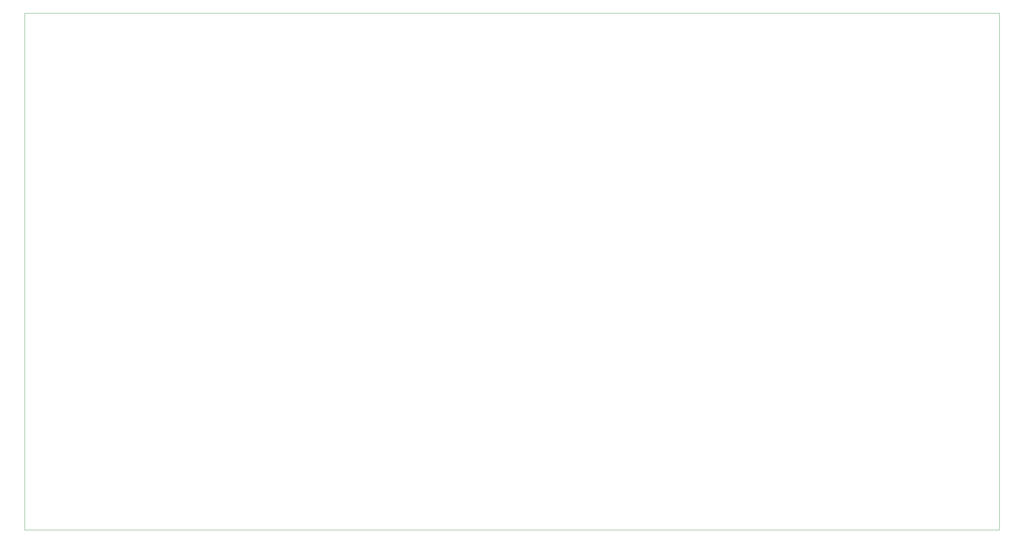
<source format=gm1>
%TF.GenerationSoftware,KiCad,Pcbnew,9.0.3*%
%TF.CreationDate,2025-11-21T22:03:05+01:00*%
%TF.ProjectId,Gaus-Beschleuniger,47617573-2d42-4657-9363-686c65756e69,v1.0.0*%
%TF.SameCoordinates,Original*%
%TF.FileFunction,Profile,NP*%
%FSLAX46Y46*%
G04 Gerber Fmt 4.6, Leading zero omitted, Abs format (unit mm)*
G04 Created by KiCad (PCBNEW 9.0.3) date 2025-11-21 22:03:05*
%MOMM*%
%LPD*%
G01*
G04 APERTURE LIST*
%TA.AperFunction,Profile*%
%ADD10C,0.050000*%
%TD*%
G04 APERTURE END LIST*
D10*
X50000000Y-215000000D02*
X50000000Y-85000000D01*
X295000000Y-85000000D02*
X295000000Y-215000000D01*
X50000000Y-85000000D02*
X295000000Y-85000000D01*
X295000000Y-215000000D02*
X50000000Y-215000000D01*
M02*

</source>
